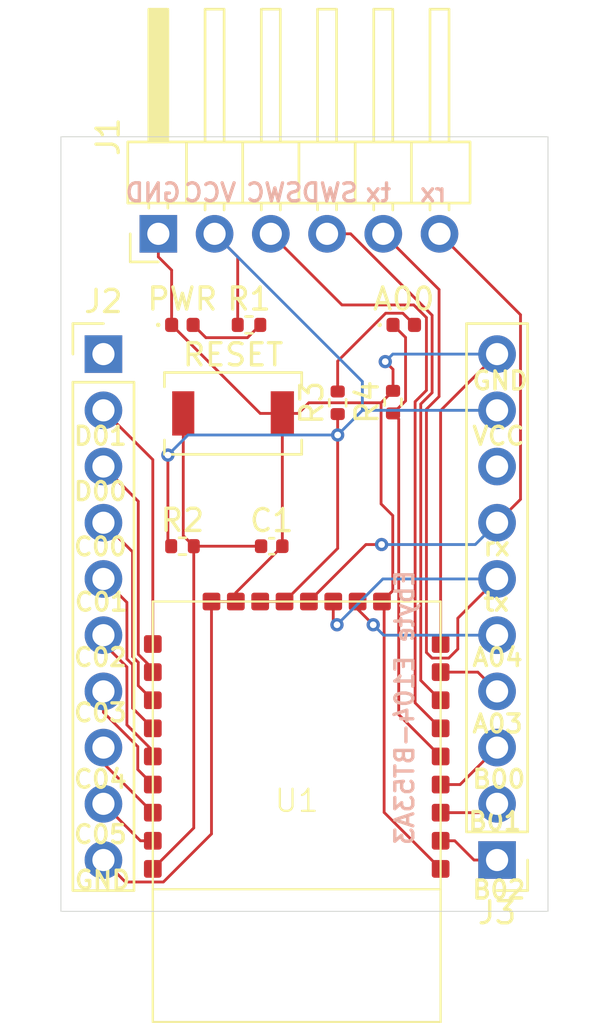
<source format=kicad_pcb>
(kicad_pcb (version 20241229) (generator "pcbnew") (generator_version "9.0")
  (layers (0 "F.Cu" signal "Front") (2 "B.Cu" signal "Back") (13 "F.Paste" user) (15 "B.Paste" user) (5 "F.SilkS" user "F.Silkscreen") (7 "B.SilkS" user "B.Silkscreen") (1 "F.Mask" user) (3 "B.Mask" user) (25 "Edge.Cuts" user))
  (net 0 "")
  (net 1 "GND")
  (net 2 "RST")
  (net 3 "Net-(D1-A)")
  (net 4 "Net-(D2-A)")
  (net 5 "usr_led")
  (net 6 "tx")
  (net 7 "swdclk")
  (net 8 "VCC")
  (net 9 "rx")
  (net 10 "swdio")
  (net 11 "PC02")
  (net 12 "PD01")
  (net 13 "PC03")
  (net 14 "PC05")
  (net 16 "PD00")
  (net 17 "PC00")
  (net 18 "PC01")
  (net 19 "PC04")
  (net 20 "PB02")
  (net 22 "PA04")
  (net 23 "PB00")
  (net 24 "PB01")
  (net 25 "PA03")
  (footprint "LED_SMD:LED_0402_1005Metric" (layer "F.Cu") (at 135.485 82.5)
    (property "Reference" "A00" (at 0 -1.17 0) (layer "F.SilkS"))
    (property "Value" "LED")
    (fp_circle (center -1.09 0) (end -1.04 0) (stroke (width 0.1)) (fill no) (layer "F.SilkS"))
    (pad "1" smd roundrect (at -0.485 0) (size 0.59 0.64) (layers "F.Cu" "F.Mask" "F.Paste") (net 5 "usr_led"))
    (pad "2" smd roundrect (at 0.485 0) (size 0.59 0.64) (layers "F.Cu" "F.Mask" "F.Paste") (net 4 "Net-(D2-A)"))
  )
  (footprint "efr32bg_breakout_stuff:E104-BT53A3_module" (layer "F.Cu") (at 130.65 104.5)
    (property "Reference" "U1" (at 0 -0.5 0) (layer "F.SilkS") (effects (font (thickness 0.1))))
    (property "Value" "E104-BT53A3")
    (fp_line (start -6.5 -9.5) (end 6.5 -9.5) (stroke (width 0.1)) (layer "F.SilkS"))
    (fp_line (start -6.5 9.5) (end -6.5 -9.5) (stroke (width 0.1)) (layer "F.SilkS"))
    (fp_line (start 6.5 -9.5) (end 6.5 9.5) (stroke (width 0.1)) (layer "F.SilkS"))
    (fp_line (start 6.5 9.5) (end -6.5 9.5) (stroke (width 0.1)) (layer "F.SilkS"))
    (fp_rect (start -6.5 3.5) (end 6.5 9.5) (stroke (width 0.1)) (fill no) (layer "F.SilkS"))
    (pad "1" smd roundrect (at 6.5 2.58) (size 0.8 0.8) (layers "F.Cu" "F.Mask" "F.Paste") (roundrect_rratio 0.15) (net 1 "GND"))
    (pad "2" smd roundrect (at 6.5 1.31) (size 0.8 0.8) (layers "F.Cu" "F.Mask" "F.Paste") (roundrect_rratio 0.15) (net 20 "PB02"))
    (pad "3" smd roundrect (at 6.5 0.04) (size 0.8 0.8) (layers "F.Cu" "F.Mask" "F.Paste") (roundrect_rratio 0.15) (net 24 "PB01"))
    (pad "4" smd roundrect (at 6.5 -1.23) (size 0.8 0.8) (layers "F.Cu" "F.Mask" "F.Paste") (roundrect_rratio 0.15) (net 23 "PB00"))
    (pad "5" smd roundrect (at 6.5 -2.5) (size 0.8 0.8) (layers "F.Cu" "F.Mask" "F.Paste") (roundrect_rratio 0.15) (net 5 "usr_led"))
    (pad "6" smd roundrect (at 6.5 -3.77) (size 0.8 0.8) (layers "F.Cu" "F.Mask" "F.Paste") (roundrect_rratio 0.15) (net 7 "swdclk"))
    (pad "7" smd roundrect (at 6.5 -5.04) (size 0.8 0.8) (layers "F.Cu" "F.Mask" "F.Paste") (roundrect_rratio 0.15) (net 10 "swdio"))
    (pad "8" smd roundrect (at 6.5 -6.31) (size 0.8 0.8) (layers "F.Cu" "F.Mask" "F.Paste") (roundrect_rratio 0.15) (net 25 "PA03"))
    (pad "9" smd roundrect (at 6.5 -7.58) (size 0.8 0.8) (layers "F.Cu" "F.Mask" "F.Paste") (roundrect_rratio 0.15) (net 1 "GND"))
    (pad "10" smd roundrect (at 3.85 -9.5) (size 0.8 0.8) (layers "F.Cu" "F.Mask" "F.Paste") (roundrect_rratio 0.15) (net 1 "GND"))
    (pad "11" smd roundrect (at 2.75 -9.5) (size 0.8 0.8) (layers "F.Cu" "F.Mask" "F.Paste") (roundrect_rratio 0.15) (net 22 "PA04"))
    (pad "12" smd roundrect (at 1.65 -9.5) (size 0.8 0.8) (layers "F.Cu" "F.Mask" "F.Paste") (roundrect_rratio 0.15) (net 6 "tx"))
    (pad "13" smd roundrect (at 0.55 -9.5) (size 0.8 0.8) (layers "F.Cu" "F.Mask" "F.Paste") (roundrect_rratio 0.15) (net 9 "rx"))
    (pad "14" smd roundrect (at -0.55 -9.5) (size 0.8 0.8) (layers "F.Cu" "F.Mask" "F.Paste") (roundrect_rratio 0.15) (net 8 "VCC"))
    (pad "15" smd roundrect (at -1.65 -9.5) (size 0.8 0.8) (layers "F.Cu" "F.Mask" "F.Paste") (roundrect_rratio 0.15) (net 8 "VCC"))
    (pad "16" smd roundrect (at -2.75 -9.5) (size 0.8 0.8) (layers "F.Cu" "F.Mask" "F.Paste") (roundrect_rratio 0.15) (net 1 "GND"))
    (pad "17" smd roundrect (at -3.85 -9.5) (size 0.8 0.8) (layers "F.Cu" "F.Mask" "F.Paste") (roundrect_rratio 0.15) (net 1 "GND"))
    (pad "18" smd roundrect (at -6.5 -7.58) (size 0.8 0.8) (layers "F.Cu" "F.Mask" "F.Paste") (roundrect_rratio 0.15) (net 12 "PD01"))
    (pad "19" smd roundrect (at -6.5 -6.31) (size 0.8 0.8) (layers "F.Cu" "F.Mask" "F.Paste") (roundrect_rratio 0.15) (net 16 "PD00"))
    (pad "20" smd roundrect (at -6.5 -5.04) (size 0.8 0.8) (layers "F.Cu" "F.Mask" "F.Paste") (roundrect_rratio 0.15) (net 17 "PC00"))
    (pad "21" smd roundrect (at -6.5 -3.77) (size 0.8 0.8) (layers "F.Cu" "F.Mask" "F.Paste") (roundrect_rratio 0.15) (net 18 "PC01"))
    (pad "22" smd roundrect (at -6.5 -2.5) (size 0.8 0.8) (layers "F.Cu" "F.Mask" "F.Paste") (roundrect_rratio 0.15) (net 11 "PC02"))
    (pad "23" smd roundrect (at -6.5 -1.23) (size 0.8 0.8) (layers "F.Cu" "F.Mask" "F.Paste") (roundrect_rratio 0.15) (net 13 "PC03"))
    (pad "24" smd roundrect (at -6.5 0.04) (size 0.8 0.8) (layers "F.Cu" "F.Mask" "F.Paste") (roundrect_rratio 0.15) (net 19 "PC04"))
    (pad "25" smd roundrect (at -6.5 1.31) (size 0.8 0.8) (layers "F.Cu" "F.Mask" "F.Paste") (roundrect_rratio 0.15) (net 14 "PC05"))
    (pad "26" smd roundrect (at -6.5 2.58) (size 0.8 0.8) (layers "F.Cu" "F.Mask" "F.Paste") (roundrect_rratio 0.15) (net 2 "RST"))
  )
  (footprint "Connector_PinHeader_2.54mm:PinHeader_1x10_P2.54mm_Vertical" (layer "F.Cu") (at 139.7 106.68 180)
    (property "Reference" "J3" (at 0 -2.38 0) (layer "F.SilkS"))
    (property "Value" "Conn_01x10")
    (fp_line (start 1.38 1.27) (end 1.38 24.24) (stroke (width 0.12)) (layer "F.SilkS"))
    (fp_line (start -1.38 24.24) (end 1.38 24.24) (stroke (width 0.12)) (layer "F.SilkS"))
    (fp_line (start -1.38 1.27) (end 1.38 1.27) (stroke (width 0.12)) (layer "F.SilkS"))
    (fp_line (start -1.38 1.27) (end -1.38 24.24) (stroke (width 0.12)) (layer "F.SilkS"))
    (fp_line (start -1.38 0) (end -1.38 -1.38) (stroke (width 0.12)) (layer "F.SilkS"))
    (fp_line (start -1.38 -1.38) (end 0 -1.38) (stroke (width 0.12)) (layer "F.SilkS"))
    (pad "1" thru_hole rect (at 0 0 180) (size 1.7 1.7) (drill 1) (layers "*.Cu" "*.Mask") (net 20 "PB02"))
    (pad "2" thru_hole circle (at 0 2.54 180) (size 1.7 1.7) (drill 1) (layers "*.Cu" "*.Mask") (net 24 "PB01"))
    (pad "3" thru_hole circle (at 0 5.08 180) (size 1.7 1.7) (drill 1) (layers "*.Cu" "*.Mask") (net 23 "PB00"))
    (pad "4" thru_hole circle (at 0 7.62 180) (size 1.7 1.7) (drill 1) (layers "*.Cu" "*.Mask") (net 25 "PA03"))
    (pad "5" thru_hole circle (at 0 10.16 180) (size 1.7 1.7) (drill 1) (layers "*.Cu" "*.Mask") (net 22 "PA04"))
    (pad "6" thru_hole circle (at 0 12.7 180) (size 1.7 1.7) (drill 1) (layers "*.Cu" "*.Mask") (net 6 "tx"))
    (pad "7" thru_hole circle (at 0 15.24 180) (size 1.7 1.7) (drill 1) (layers "*.Cu" "*.Mask") (net 9 "rx"))
    (pad "8" thru_hole circle (at 0 17.78 180) (size 1.7 1.7) (drill 1) (layers "*.Cu" "*.Mask"))
    (pad "9" thru_hole circle (at 0 20.32 180) (size 1.7 1.7) (drill 1) (layers "*.Cu" "*.Mask") (net 8 "VCC"))
    (pad "10" thru_hole circle (at 0 22.86 180) (size 1.7 1.7) (drill 1) (layers "*.Cu" "*.Mask") (net 1 "GND"))
  )
  (footprint "Capacitor_SMD:C_0402_1005Metric" (layer "F.Cu") (at 129.52 92.5)
    (property "Reference" "C1" (at 0 -1.16 0) (layer "F.SilkS"))
    (property "Value" "0.1uF")
    (fp_line (start -0.107836 -0.36) (end 0.107836 -0.36) (stroke (width 0.12)) (layer "F.SilkS"))
    (fp_line (start -0.107836 0.36) (end 0.107836 0.36) (stroke (width 0.12)) (layer "F.SilkS"))
    (pad "1" smd roundrect (at -0.48 0) (size 0.56 0.62) (layers "F.Cu" "F.Mask" "F.Paste") (net 2 "RST"))
    (pad "2" smd roundrect (at 0.48 0) (size 0.56 0.62) (layers "F.Cu" "F.Mask" "F.Paste") (net 1 "GND"))
  )
  (footprint "Resistor_SMD:R_0402_1005Metric" (layer "F.Cu") (at 125.49 92.5)
    (property "Reference" "R2" (at 0 -1.17 0) (layer "F.SilkS"))
    (property "Value" "100K")
    (fp_line (start -0.153641 -0.38) (end 0.153641 -0.38) (stroke (width 0.12)) (layer "F.SilkS"))
    (fp_line (start -0.153641 0.38) (end 0.153641 0.38) (stroke (width 0.12)) (layer "F.SilkS"))
    (pad "1" smd roundrect (at -0.51 0) (size 0.54 0.64) (layers "F.Cu" "F.Mask" "F.Paste") (net 8 "VCC"))
    (pad "2" smd roundrect (at 0.51 0) (size 0.54 0.64) (layers "F.Cu" "F.Mask" "F.Paste") (net 2 "RST"))
  )
  (footprint "LED_SMD:LED_0402_1005Metric" (layer "F.Cu") (at 125.485 82.5)
    (property "Reference" "PWR" (at 0 -1.17 0) (layer "F.SilkS"))
    (property "Value" "LED")
    (fp_circle (center -1.09 0) (end -1.04 0) (stroke (width 0.1)) (fill no) (layer "F.SilkS"))
    (pad "1" smd roundrect (at -0.485 0) (size 0.59 0.64) (layers "F.Cu" "F.Mask" "F.Paste") (net 1 "GND"))
    (pad "2" smd roundrect (at 0.485 0) (size 0.59 0.64) (layers "F.Cu" "F.Mask" "F.Paste") (net 3 "Net-(D1-A)"))
  )
  (footprint "Resistor_SMD:R_0402_1005Metric" (layer "F.Cu") (at 132.5 86.02 90)
    (property "Reference" "R3" (at 0 -1.17 90) (layer "F.SilkS"))
    (property "Value" "330")
    (fp_line (start -0.153641 -0.38) (end 0.153641 -0.38) (stroke (width 0.12)) (layer "F.SilkS"))
    (fp_line (start -0.153641 0.38) (end 0.153641 0.38) (stroke (width 0.12)) (layer "F.SilkS"))
    (pad "1" smd roundrect (at -0.51 0 90) (size 0.54 0.64) (layers "F.Cu" "F.Mask" "F.Paste") (net 8 "VCC"))
    (pad "2" smd roundrect (at 0.51 0 90) (size 0.54 0.64) (layers "F.Cu" "F.Mask" "F.Paste") (net 4 "Net-(D2-A)"))
  )
  (footprint "efr32bg_breakout_stuff:SW_SPST_TS-1088-AR02016" (layer "F.Cu") (at 127.775 86.5)
    (property "Reference" "RESET" (at 0 -2.65 0) (layer "F.SilkS"))
    (property "Value" "SW_Push")
    (fp_line (start -3.1 -1.85) (end -3.1 -1.2) (stroke (width 0.12)) (layer "F.SilkS"))
    (fp_line (start -3.1 1.2) (end -3.1 1.85) (stroke (width 0.12)) (layer "F.SilkS"))
    (fp_line (start -3.1 1.85) (end 3.1 1.85) (stroke (width 0.12)) (layer "F.SilkS"))
    (fp_line (start 3.1 -1.85) (end -3.1 -1.85) (stroke (width 0.12)) (layer "F.SilkS"))
    (fp_line (start 3.1 -1.85) (end 3.1 -1.2) (stroke (width 0.12)) (layer "F.SilkS"))
    (fp_line (start 3.1 1.85) (end 3.1 1.2) (stroke (width 0.12)) (layer "F.SilkS"))
    (pad "1" smd rect (at -2.25 0) (size 1 2) (layers "F.Cu" "F.Mask" "F.Paste") (net 2 "RST"))
    (pad "2" smd rect (at 2.225 0) (size 1.05 2) (layers "F.Cu" "F.Mask" "F.Paste") (net 1 "GND"))
  )
  (footprint "Connector_PinHeader_2.54mm:PinHeader_1x06_P2.54mm_Horizontal" (layer "F.Cu") (at 124.4 78.385 90)
    (property "Reference" "J1" (at 4.385 -2.27 90) (layer "F.SilkS"))
    (property "Value" "Conn_01x06")
    (fp_line (start 4.15 -1.38) (end 1.39 -1.38) (stroke (width 0.12)) (layer "F.SilkS"))
    (fp_line (start 1.39 -1.38) (end 1.39 14.08) (stroke (width 0.12)) (layer "F.SilkS"))
    (fp_line (start -1.27 -1.27) (end 0 -1.27) (stroke (width 0.12)) (layer "F.SilkS"))
    (fp_line (start 1.16 -0.43) (end 1.39 -0.43) (stroke (width 0.12)) (layer "F.SilkS"))
    (fp_line (start -1.27 0) (end -1.27 -1.27) (stroke (width 0.12)) (layer "F.SilkS"))
    (fp_line (start 1.16 0.43) (end 1.39 0.43) (stroke (width 0.12)) (layer "F.SilkS"))
    (fp_line (start 1.39 1.27) (end 4.15 1.27) (stroke (width 0.12)) (layer "F.SilkS"))
    (fp_line (start 10.15 2.11) (end 10.15 2.97) (stroke (width 0.12)) (layer "F.SilkS"))
    (fp_line (start 4.15 2.11) (end 10.15 2.11) (stroke (width 0.12)) (layer "F.SilkS"))
    (fp_line (start 1.077358 2.11) (end 1.39 2.11) (stroke (width 0.12)) (layer "F.SilkS"))
    (fp_line (start 10.15 2.97) (end 4.15 2.97) (stroke (width 0.12)) (layer "F.SilkS"))
    (fp_line (start 1.077358 2.97) (end 1.39 2.97) (stroke (width 0.12)) (layer "F.SilkS"))
    (fp_line (start 1.39 3.81) (end 4.15 3.81) (stroke (width 0.12)) (layer "F.SilkS"))
    (fp_line (start 10.15 4.65) (end 10.15 5.51) (stroke (width 0.12)) (layer "F.SilkS"))
    (fp_line (start 4.15 4.65) (end 10.15 4.65) (stroke (width 0.12)) (layer "F.SilkS"))
    (fp_line (start 1.077358 4.65) (end 1.39 4.65) (stroke (width 0.12)) (layer "F.SilkS"))
    (fp_line (start 10.15 5.51) (end 4.15 5.51) (stroke (width 0.12)) (layer "F.SilkS"))
    (fp_line (start 1.077358 5.51) (end 1.39 5.51) (stroke (width 0.12)) (layer "F.SilkS"))
    (fp_line (start 1.39 6.35) (end 4.15 6.35) (stroke (width 0.12)) (layer "F.SilkS"))
    (fp_line (start 10.15 7.19) (end 10.15 8.05) (stroke (width 0.12)) (layer "F.SilkS"))
    (fp_line (start 4.15 7.19) (end 10.15 7.19) (stroke (width 0.12)) (layer "F.SilkS"))
    (fp_line (start 1.077358 7.19) (end 1.39 7.19) (stroke (width 0.12)) (layer "F.SilkS"))
    (fp_line (start 10.15 8.05) (end 4.15 8.05) (stroke (width 0.12)) (layer "F.SilkS"))
    (fp_line (start 1.077358 8.05) (end 1.39 8.05) (stroke (width 0.12)) (layer "F.SilkS"))
    (fp_line (start 1.39 8.89) (end 4.15 8.89) (stroke (width 0.12)) (layer "F.SilkS"))
    (fp_line (start 10.15 9.73) (end 10.15 10.59) (stroke (width 0.12)) (layer "F.SilkS"))
    (fp_line (start 4.15 9.73) (end 10.15 9.73) (stroke (width 0.12)) (layer "F.SilkS"))
    (fp_line (start 1.077358 9.73) (end 1.39 9.73) (stroke (width 0.12)) (layer "F.SilkS"))
    (fp_line (start 10.15 10.59) (end 4.15 10.59) (stroke (width 0.12)) (layer "F.SilkS"))
    (fp_line (start 1.077358 10.59) (end 1.39 10.59) (stroke (width 0.12)) (layer "F.SilkS"))
    (fp_line (start 1.39 11.43) (end 4.15 11.43) (stroke (width 0.12)) (layer "F.SilkS"))
    (fp_line (start 10.15 12.27) (end 10.15 13.13) (stroke (width 0.12)) (layer "F.SilkS"))
    (fp_line (start 4.15 12.27) (end 10.15 12.27) (stroke (width 0.12)) (layer "F.SilkS"))
    (fp_line (start 1.077358 12.27) (end 1.39 12.27) (stroke (width 0.12)) (layer "F.SilkS"))
    (fp_line (start 10.15 13.13) (end 4.15 13.13) (stroke (width 0.12)) (layer "F.SilkS"))
    (fp_line (start 1.077358 13.13) (end 1.39 13.13) (stroke (width 0.12)) (layer "F.SilkS"))
    (fp_line (start 4.15 14.08) (end 4.15 -1.38) (stroke (width 0.12)) (layer "F.SilkS"))
    (fp_line (start 1.39 14.08) (end 4.15 14.08) (stroke (width 0.12)) (layer "F.SilkS"))
    (fp_rect (start 4.15 -0.43) (end 10.15 0.43) (stroke (width 0.12)) (fill yes) (layer "F.SilkS"))
    (pad "1" thru_hole rect (at 0 0 90) (size 1.7 1.7) (drill 1) (layers "*.Cu" "*.Mask") (net 1 "GND"))
    (pad "2" thru_hole circle (at 0 2.54 90) (size 1.7 1.7) (drill 1) (layers "*.Cu" "*.Mask") (net 8 "VCC"))
    (pad "3" thru_hole circle (at 0 5.08 90) (size 1.7 1.7) (drill 1) (layers "*.Cu" "*.Mask") (net 7 "swdclk"))
    (pad "4" thru_hole circle (at 0 7.62 90) (size 1.7 1.7) (drill 1) (layers "*.Cu" "*.Mask") (net 10 "swdio"))
    (pad "5" thru_hole circle (at 0 10.16 90) (size 1.7 1.7) (drill 1) (layers "*.Cu" "*.Mask") (net 6 "tx"))
    (pad "6" thru_hole circle (at 0 12.7 90) (size 1.7 1.7) (drill 1) (layers "*.Cu" "*.Mask") (net 9 "rx"))
  )
  (footprint "Resistor_SMD:R_0402_1005Metric" (layer "F.Cu") (at 128.495 82.5)
    (property "Reference" "R1" (at 0 -1.17 0) (layer "F.SilkS"))
    (property "Value" "1K")
    (fp_line (start -0.153641 -0.38) (end 0.153641 -0.38) (stroke (width 0.12)) (layer "F.SilkS"))
    (fp_line (start -0.153641 0.38) (end 0.153641 0.38) (stroke (width 0.12)) (layer "F.SilkS"))
    (pad "1" smd roundrect (at -0.51 0) (size 0.54 0.64) (layers "F.Cu" "F.Mask" "F.Paste") (net 8 "VCC"))
    (pad "2" smd roundrect (at 0.51 0) (size 0.54 0.64) (layers "F.Cu" "F.Mask" "F.Paste") (net 3 "Net-(D1-A)"))
  )
  (footprint "Resistor_SMD:R_0402_1005Metric" (layer "F.Cu") (at 135 85.99 90)
    (property "Reference" "R4" (at 0 -1.17 90) (layer "F.SilkS"))
    (property "Value" "1K")
    (fp_line (start -0.153641 -0.38) (end 0.153641 -0.38) (stroke (width 0.12)) (layer "F.SilkS"))
    (fp_line (start -0.153641 0.38) (end 0.153641 0.38) (stroke (width 0.12)) (layer "F.SilkS"))
    (pad "1" smd roundrect (at -0.51 0 90) (size 0.54 0.64) (layers "F.Cu" "F.Mask" "F.Paste") (net 5 "usr_led"))
    (pad "2" smd roundrect (at 0.51 0 90) (size 0.54 0.64) (layers "F.Cu" "F.Mask" "F.Paste") (net 1 "GND"))
  )
  (footprint "Connector_PinHeader_2.54mm:PinHeader_1x10_P2.54mm_Vertical" (layer "F.Cu") (at 121.92 83.82)
    (property "Reference" "J2" (at 0 -2.38 0) (layer "F.SilkS"))
    (property "Value" "Conn_01x10")
    (fp_line (start -1.38 -1.38) (end 0 -1.38) (stroke (width 0.12)) (layer "F.SilkS"))
    (fp_line (start -1.38 0) (end -1.38 -1.38) (stroke (width 0.12)) (layer "F.SilkS"))
    (fp_line (start -1.38 1.27) (end -1.38 24.24) (stroke (width 0.12)) (layer "F.SilkS"))
    (fp_line (start -1.38 1.27) (end 1.38 1.27) (stroke (width 0.12)) (layer "F.SilkS"))
    (fp_line (start -1.38 24.24) (end 1.38 24.24) (stroke (width 0.12)) (layer "F.SilkS"))
    (fp_line (start 1.38 1.27) (end 1.38 24.24) (stroke (width 0.12)) (layer "F.SilkS"))
    (pad "1" thru_hole rect (at 0 0) (size 1.7 1.7) (drill 1) (layers "*.Cu" "*.Mask"))
    (pad "2" thru_hole circle (at 0 2.54) (size 1.7 1.7) (drill 1) (layers "*.Cu" "*.Mask") (net 12 "PD01"))
    (pad "3" thru_hole circle (at 0 5.08) (size 1.7 1.7) (drill 1) (layers "*.Cu" "*.Mask") (net 16 "PD00"))
    (pad "4" thru_hole circle (at 0 7.62) (size 1.7 1.7) (drill 1) (layers "*.Cu" "*.Mask") (net 17 "PC00"))
    (pad "5" thru_hole circle (at 0 10.16) (size 1.7 1.7) (drill 1) (layers "*.Cu" "*.Mask") (net 18 "PC01"))
    (pad "6" thru_hole circle (at 0 12.7) (size 1.7 1.7) (drill 1) (layers "*.Cu" "*.Mask") (net 11 "PC02"))
    (pad "7" thru_hole circle (at 0 15.24) (size 1.7 1.7) (drill 1) (layers "*.Cu" "*.Mask") (net 13 "PC03"))
    (pad "8" thru_hole circle (at 0 17.78) (size 1.7 1.7) (drill 1) (layers "*.Cu" "*.Mask") (net 19 "PC04"))
    (pad "9" thru_hole circle (at 0 20.32) (size 1.7 1.7) (drill 1) (layers "*.Cu" "*.Mask") (net 14 "PC05"))
    (pad "10" thru_hole circle (at 0 22.86) (size 1.7 1.7) (drill 1) (layers "*.Cu" "*.Mask") (net 1 "GND"))
  )
  (gr_line (start 120 74) (end 120 109) (stroke (width 0.0381)) (layer "Edge.Cuts"))
  (gr_line (start 142 74) (end 120 74) (stroke (width 0.0381)) (layer "Edge.Cuts"))
  (gr_line (start 120 109) (end 142 109) (stroke (width 0.0381)) (layer "Edge.Cuts"))
  (gr_line (start 142 109) (end 142 74) (stroke (width 0.0381)) (layer "Edge.Cuts"))
  (gr_text "GND" (at 120.54 108.06 0) (layer "F.SilkS") (effects (font (size 0.8128 0.8128) (thickness 0.1524) (bold yes)) (justify left bottom)))
  (gr_text "A03" (at 138.5 101 0) (layer "F.SilkS") (effects (font (size 0.8128 0.8128) (thickness 0.1524) (bold yes)) (justify left bottom)))
  (gr_text "C05" (at 120.5 106 0) (layer "F.SilkS") (effects (font (size 0.8128 0.8128) (thickness 0.1524) (bold yes)) (justify left bottom)))
  (gr_text "rx" (at 139 93 0) (layer "F.SilkS") (effects (font (size 0.8128 0.8128) (thickness 0.1524) (bold yes)) (justify left bottom)))
  (gr_text "D00" (at 120.5 90.5 0) (layer "F.SilkS") (effects (font (size 0.8128 0.8128) (thickness 0.1524) (bold yes)) (justify left bottom)))
  (gr_text "B00" (at 138.5 103.5 0) (layer "F.SilkS") (effects (font (size 0.8128 0.8128) (thickness 0.1524) (bold yes)) (justify left bottom)))
  (gr_text "C02" (at 120.5 98 0) (layer "F.SilkS") (effects (font (size 0.8128 0.8128) (thickness 0.1524) (bold yes)) (justify left bottom)))
  (gr_text "C04" (at 120.5 103.5 0) (layer "F.SilkS") (effects (font (size 0.8128 0.8128) (thickness 0.1524) (bold yes)) (justify left bottom)))
  (gr_text "C01" (at 120.54 95.5 0) (layer "F.SilkS") (effects (font (size 0.8128 0.8128) (thickness 0.1524) (bold yes)) (justify left bottom)))
  (gr_text "C00" (at 120.5 93 0) (layer "F.SilkS") (effects (font (size 0.8128 0.8128) (thickness 0.1524) (bold yes)) (justify left bottom)))
  (gr_text "D01" (at 120.5 88 0) (layer "F.SilkS") (effects (font (size 0.8128 0.8128) (thickness 0.1524) (bold yes)) (justify left bottom)))
  (gr_text "C03" (at 120.5 100.5 0) (layer "F.SilkS") (effects (font (size 0.8128 0.8128) (thickness 0.1524) (bold yes)) (justify left bottom)))
  (gr_text "tx" (at 139 95.5 0) (layer "F.SilkS") (effects (font (size 0.8128 0.8128) (thickness 0.1524) (bold yes)) (justify left bottom)))
  (gr_text "VCC" (at 138.5 88 0) (layer "F.SilkS") (effects (font (size 0.8128 0.8128) (thickness 0.1524) (bold yes)) (justify left bottom)))
  (gr_text "B02" (at 138.5 108.5 0) (layer "F.SilkS") (effects (font (size 0.8128 0.8128) (thickness 0.1524) (bold yes)) (justify left bottom)))
  (gr_text "GND" (at 138.5 85.5 0) (layer "F.SilkS") (effects (font (size 0.8128 0.8128) (thickness 0.1524) (bold yes)) (justify left bottom)))
  (gr_text "A04" (at 138.5 98 0) (layer "F.SilkS") (effects (font (size 0.8128 0.8128) (thickness 0.1524) (bold yes)) (justify left bottom)))
  (gr_text "B01" (at 138.32 105.41 0) (layer "F.SilkS") (effects (font (size 0.8128 0.8128) (thickness 0.1524) (bold yes)) (justify left bottom)))
  (gr_text "SWD" (at 133.5 77 0) (layer "B.SilkS") (effects (font (size 0.8128 0.8128) (thickness 0.1524) (bold yes)) (justify left bottom mirror)))
  (gr_text "tx" (at 135 77 0) (layer "B.SilkS") (effects (font (size 0.8128 0.8128) (thickness 0.1524) (bold yes)) (justify left bottom mirror)))
  (gr_text "VCC" (at 128 77 0) (layer "B.SilkS") (effects (font (size 0.8128 0.8128) (thickness 0.1524) (bold yes)) (justify left bottom mirror)))
  (gr_text "rx" (at 137.5 77 0) (layer "B.SilkS") (effects (font (size 0.8128 0.8128) (thickness 0.1524) (bold yes)) (justify left bottom mirror)))
  (gr_text "Ebyte E104-BT53A3" (at 136 93.5 90) (layer "B.SilkS") (effects (font (size 0.8128 0.8128) (thickness 0.1524) (bold yes)) (justify left bottom mirror)))
  (gr_text "GND" (at 125.5 77 0) (layer "B.SilkS") (effects (font (size 0.8128 0.8128) (thickness 0.1524) (bold yes)) (justify left bottom mirror)))
  (gr_text "SWC" (at 131 77 0) (layer "B.SilkS") (effects (font (size 0.8128 0.8128) (thickness 0.1524) (bold yes)) (justify left bottom mirror)))
  (segment (start 125 82.5) (end 125 80.0272) (width 0.127) (layer "F.Cu") (net 1))
  (segment (start 137.15 86.37) (end 137.15 96.92) (width 0.127) (layer "F.Cu") (net 1))
  (segment (start 137.15 107.08) (end 134.598 104.528) (width 0.127) (layer "F.Cu") (net 1))
  (segment (start 121.92 106.68) (end 122.9127 107.6727) (width 0.127) (layer "F.Cu") (net 1))
  (segment (start 130 92.5) (end 130 86.5) (width 0.127) (layer "F.Cu") (net 1))
  (segment (start 122.9127 107.6727) (end 124.6274 107.6727) (width 0.127) (layer "F.Cu") (net 1))
  (segment (start 131.1972 86.02) (end 134.46 86.02) (width 0.127) (layer "F.Cu") (net 1))
  (segment (start 127.35 95) (end 127.9 95) (width 0.127) (layer "F.Cu") (net 1))
  (segment (start 126.8 105.5001) (end 126.8 95) (width 0.127) (layer "F.Cu") (net 1))
  (segment (start 124.6274 107.6727) (end 126.8 105.5001) (width 0.127) (layer "F.Cu") (net 1))
  (segment (start 134.598 104.528) (end 134.598 95.098) (width 0.127) (layer "F.Cu") (net 1))
  (segment (start 130.7172 86.5) (end 131.1972 86.02) (width 0.127) (layer "F.Cu") (net 1))
  (segment (start 126.8 95) (end 127.35 95) (width 0.127) (layer "F.Cu") (net 1))
  (segment (start 127.9 95) (end 127.9 94.6) (width 0.127) (layer "F.Cu") (net 1))
  (segment (start 134.9888 94.5112) (end 134.5 95) (width 0.127) (layer "F.Cu") (net 1))
  (segment (start 125 80.0272) (end 124.4 79.4272) (width 0.127) (layer "F.Cu") (net 1))
  (segment (start 124.4 78.385) (end 124.4 79.4272) (width 0.127) (layer "F.Cu") (net 1))
  (segment (start 134.6489 84.1598) (end 135 84.5109) (width 0.127) (layer "F.Cu") (net 1))
  (segment (start 134.598 95.098) (end 134.5 95) (width 0.127) (layer "F.Cu") (net 1))
  (segment (start 134.46 86.02) (end 135 85.48) (width 0.127) (layer "F.Cu") (net 1))
  (segment (start 130 86.5) (end 130.7172 86.5) (width 0.127) (layer "F.Cu") (net 1))
  (segment (start 134.46 90.587) (end 134.9888 91.1158) (width 0.127) (layer "F.Cu") (net 1))
  (segment (start 134.46 86.02) (end 134.46 90.587) (width 0.127) (layer "F.Cu") (net 1))
  (segment (start 135 84.5109) (end 135 85.48) (width 0.127) (layer "F.Cu") (net 1))
  (segment (start 139.7 83.82) (end 137.15 86.37) (width 0.127) (layer "F.Cu") (net 1))
  (segment (start 125 82.5) (end 129 86.5) (width 0.127) (layer "F.Cu") (net 1))
  (segment (start 134.9888 91.1158) (end 134.9888 94.5112) (width 0.127) (layer "F.Cu") (net 1))
  (segment (start 127.9 94.6) (end 130 92.5) (width 0.127) (layer "F.Cu") (net 1))
  (segment (start 129 86.5) (end 130 86.5) (width 0.127) (layer "F.Cu") (net 1))
  (via (at 134.6489 84.1598) (size 0.6) (drill 0.3) (layers "F.Cu" "B.Cu") (net 1))
  (segment (start 134.9887 83.82) (end 134.6489 84.1598) (width 0.127) (layer "B.Cu") (net 1))
  (segment (start 139.7 83.82) (end 134.9887 83.82) (width 0.127) (layer "B.Cu") (net 1))
  (segment (start 126 105.23) (end 124.15 107.08) (width 0.127) (layer "F.Cu") (net 2))
  (segment (start 125.525 92.025) (end 125.525 86.5) (width 0.127) (layer "F.Cu") (net 2))
  (segment (start 129.04 92.5) (end 126 92.5) (width 0.127) (layer "F.Cu") (net 2))
  (segment (start 126 92.5) (end 125.525 92.025) (width 0.127) (layer "F.Cu") (net 2))
  (segment (start 126 92.5) (end 126 105.23) (width 0.127) (layer "F.Cu") (net 2))
  (segment (start 128.4269 83.0781) (end 126.5481 83.0781) (width 0.127) (layer "F.Cu") (net 3))
  (segment (start 129.005 82.5) (end 128.4269 83.0781) (width 0.127) (layer "F.Cu") (net 3))
  (segment (start 126.5481 83.0781) (end 125.97 82.5) (width 0.127) (layer "F.Cu") (net 3))
  (segment (start 132.5 85.51) (end 132.5 84.1402) (width 0.127) (layer "F.Cu") (net 4))
  (segment (start 132.5 84.1402) (end 134.6674 81.9728) (width 0.127) (layer "F.Cu") (net 4))
  (segment (start 135.4428 81.9728) (end 135.97 82.5) (width 0.127) (layer "F.Cu") (net 4))
  (segment (start 134.6674 81.9728) (end 135.4428 81.9728) (width 0.127) (layer "F.Cu") (net 4))
  (segment (start 137.15 102) (end 135.2583 100.1083) (width 0.127) (layer "F.Cu") (net 5))
  (segment (start 135.2583 86.7583) (end 135 86.5) (width 0.127) (layer "F.Cu") (net 5))
  (segment (start 135.5664 85.9336) (end 135 86.5) (width 0.127) (layer "F.Cu") (net 5))
  (segment (start 135.2583 100.1083) (end 135.2583 86.7583) (width 0.127) (layer "F.Cu") (net 5))
  (segment (start 135 82.5) (end 135.5664 83.0664) (width 0.127) (layer "F.Cu") (net 5))
  (segment (start 135.5664 83.0664) (end 135.5664 85.9336) (width 0.127) (layer "F.Cu") (net 5))
  (segment (start 136.5092 97.3029) (end 136.5092 86.3084) (width 0.127) (layer "F.Cu") (net 6))
  (segment (start 136.5092 86.3084) (end 137.0798 85.7378) (width 0.127) (layer "F.Cu") (net 6))
  (segment (start 137.5178 97.555) (end 136.7613 97.555) (width 0.127) (layer "F.Cu") (net 6))
  (segment (start 137.9264 97.1464) (end 137.5178 97.555) (width 0.127) (layer "F.Cu") (net 6))
  (segment (start 137.0798 80.9048) (end 134.56 78.385) (width 0.127) (layer "F.Cu") (net 6))
  (segment (start 132.4685 96.0502) (end 132.3 95.8817) (width 0.127) (layer "F.Cu") (net 6))
  (segment (start 137.0798 85.7378) (end 137.0798 80.9048) (width 0.127) (layer "F.Cu") (net 6))
  (segment (start 136.7613 97.555) (end 136.5092 97.3029) (width 0.127) (layer "F.Cu") (net 6))
  (segment (start 132.3 95.8817) (end 132.4685 96.0502) (width 0.127) (layer "F.Cu") (net 6))
  (segment (start 139.7 93.98) (end 137.9264 95.7536) (width 0.127) (layer "F.Cu") (net 6))
  (segment (start 132.3 95.8817) (end 132.3 95) (width 0.127) (layer "F.Cu") (net 6))
  (segment (start 132.4685 96.0502) (end 132.3 95.8817) (width 0.127) (layer "F.Cu") (net 6))
  (segment (start 137.9264 95.7536) (end 137.9264 97.1464) (width 0.127) (layer "F.Cu") (net 6))
  (via (at 132.4685 96.0502) (size 0.6) (drill 0.3) (layers "F.Cu" "B.Cu") (net 6))
  (segment (start 139.7 93.98) (end 134.5387 93.98) (width 0.127) (layer "B.Cu") (net 6))
  (segment (start 132.3 95.8817) (end 132.4685 96.0502) (width 0.127) (layer "B.Cu") (net 6))
  (segment (start 132.4685 96.0502) (end 132.3 95.8817) (width 0.127) (layer "B.Cu") (net 6))
  (segment (start 134.5387 93.98) (end 132.4685 96.0502) (width 0.127) (layer "B.Cu") (net 6))
  (segment (start 129.48 78.385) (end 132.6944 81.5994) (width 0.127) (layer "F.Cu") (net 7))
  (segment (start 135.9379 81.5994) (end 136.5092 82.1707) (width 0.127) (layer "F.Cu") (net 7))
  (segment (start 135.9978 99.5778) (end 137.15 100.73) (width 0.127) (layer "F.Cu") (net 7))
  (segment (start 136.5092 85.458) (end 135.9978 85.9694) (width 0.127) (layer "F.Cu") (net 7))
  (segment (start 135.9978 85.9694) (end 135.9978 99.5778) (width 0.127) (layer "F.Cu") (net 7))
  (segment (start 136.5092 82.1707) (end 136.5092 85.458) (width 0.127) (layer "F.Cu") (net 7))
  (segment (start 132.6944 81.5994) (end 135.9379 81.5994) (width 0.127) (layer "F.Cu") (net 7))
  (segment (start 132.5 86.53) (end 132.5 87.4752) (width 0.127) (layer "F.Cu") (net 8))
  (segment (start 132.5 92.6) (end 130.1 95) (width 0.127) (layer "F.Cu") (net 8))
  (segment (start 132.5 87.4752) (end 132.5 92.6) (width 0.127) (layer "F.Cu") (net 8))
  (segment (start 124.8318 92.3518) (end 124.98 92.5) (width 0.127) (layer "F.Cu") (net 8))
  (segment (start 127.985 79.43) (end 127.985 82.5) (width 0.127) (layer "F.Cu") (net 8))
  (segment (start 124.8318 88.3831) (end 124.8318 92.3518) (width 0.127) (layer "F.Cu") (net 8))
  (segment (start 130.1 95) (end 129 95) (width 0.127) (layer "F.Cu") (net 8))
  (segment (start 126.94 78.385) (end 127.985 79.43) (width 0.127) (layer "F.Cu") (net 8))
  (via (at 132.5 87.4752) (size 0.6) (drill 0.3) (layers "F.Cu" "B.Cu") (net 8))
  (via (at 124.8318 88.3831) (size 0.6) (drill 0.3) (layers "F.Cu" "B.Cu") (net 8))
  (segment (start 133.6152 86.36) (end 132.5 87.4752) (width 0.127) (layer "B.Cu") (net 8))
  (segment (start 134.8888 86.36) (end 133.6152 86.36) (width 0.127) (layer "B.Cu") (net 8))
  (segment (start 134.915 86.36) (end 134.8888 86.36) (width 0.127) (layer "B.Cu") (net 8))
  (segment (start 139.7 86.36) (end 134.915 86.36) (width 0.127) (layer "B.Cu") (net 8))
  (segment (start 132.5 87.4752) (end 125.7397 87.4752) (width 0.127) (layer "B.Cu") (net 8))
  (segment (start 125.7397 87.4752) (end 124.8318 88.3831) (width 0.127) (layer "B.Cu") (net 8))
  (segment (start 133.6152 86.36) (end 133.6152 85.0602) (width 0.127) (layer "B.Cu") (net 8))
  (segment (start 133.6152 85.0602) (end 126.94 78.385) (width 0.127) (layer "B.Cu") (net 8))
  (segment (start 140.7583 82.0433) (end 140.7583 90.3817) (width 0.127) (layer "F.Cu") (net 9))
  (segment (start 137.1 78.385) (end 140.7583 82.0433) (width 0.127) (layer "F.Cu") (net 9))
  (segment (start 140.7583 90.3817) (end 139.7 91.44) (width 0.127) (layer "F.Cu") (net 9))
  (segment (start 133.775 92.425) (end 131.2 95) (width 0.127) (layer "F.Cu") (net 9))
  (segment (start 134.4842 92.425) (end 133.775 92.425) (width 0.127) (layer "F.Cu") (net 9))
  (via (at 134.4842 92.425) (size 0.6) (drill 0.3) (layers "F.Cu" "B.Cu") (net 9))
  (segment (start 138.715 92.425) (end 134.4842 92.425) (width 0.127) (layer "B.Cu") (net 9))
  (segment (start 139.7 91.44) (end 138.715 92.425) (width 0.127) (layer "B.Cu") (net 9))
  (segment (start 136.7649 85.5639) (end 136.2535 86.0753) (width 0.127) (layer "F.Cu") (net 10))
  (segment (start 132.02 78.385) (end 133.0852 78.385) (width 0.127) (layer "F.Cu") (net 10))
  (segment (start 136.7649 82.0647) (end 136.7649 85.5639) (width 0.127) (layer "F.Cu") (net 10))
  (segment (start 136.2535 98.5635) (end 137.15 99.46) (width 0.127) (layer "F.Cu") (net 10))
  (segment (start 136.2535 86.0753) (end 136.2535 98.5635) (width 0.127) (layer "F.Cu") (net 10))
  (segment (start 133.0852 78.385) (end 136.7649 82.0647) (width 0.127) (layer "F.Cu") (net 10))
  (segment (start 122.98 100.5758) (end 124.15 101.7458) (width 0.127) (layer "F.Cu") (net 11))
  (segment (start 124.15 101.7458) (end 124.15 102) (width 0.127) (layer "F.Cu") (net 11))
  (segment (start 121.92 96.8976) (end 122.98 97.9576) (width 0.127) (layer "F.Cu") (net 11))
  (segment (start 121.92 96.52) (end 121.92 96.8976) (width 0.127) (layer "F.Cu") (net 11))
  (segment (start 122.98 97.9576) (end 122.98 100.5758) (width 0.127) (layer "F.Cu") (net 11))
  (segment (start 121.92 86.36) (end 124.15 88.59) (width 0.127) (layer "F.Cu") (net 12))
  (segment (start 124.15 88.59) (end 124.15 96.92) (width 0.127) (layer "F.Cu") (net 12))
  (segment (start 123.4712 102.5912) (end 124.15 103.27) (width 0.127) (layer "F.Cu") (net 13))
  (segment (start 123.4712 101.5558) (end 123.4712 102.5912) (width 0.127) (layer "F.Cu") (net 13))
  (segment (start 121.92 99.06) (end 121.92 100.0046) (width 0.127) (layer "F.Cu") (net 13))
  (segment (start 121.92 100.0046) (end 123.4712 101.5558) (width 0.127) (layer "F.Cu") (net 13))
  (segment (start 123.59 105.81) (end 121.92 104.14) (width 0.127) (layer "F.Cu") (net 14))
  (segment (start 124.15 105.81) (end 123.59 105.81) (width 0.127) (layer "F.Cu") (net 14))
  (segment (start 123.4914 90.4714) (end 123.4914 97.3841) (width 0.127) (layer "F.Cu") (net 16))
  (segment (start 123.4914 97.3841) (end 124.15 98.0427) (width 0.127) (layer "F.Cu") (net 16))
  (segment (start 121.92 88.9) (end 123.4914 90.4714) (width 0.127) (layer "F.Cu") (net 16))
  (segment (start 124.15 98.0427) (end 124.15 98.19) (width 0.127) (layer "F.Cu") (net 16))
  (segment (start 123.4914 97.7458) (end 123.4914 98.8014) (width 0.127) (layer "F.Cu") (net 17))
  (segment (start 123.2357 92.7557) (end 123.2357 97.4901) (width 0.127) (layer "F.Cu") (net 17))
  (segment (start 123.2357 97.4901) (end 123.4914 97.7458) (width 0.127) (layer "F.Cu") (net 17))
  (segment (start 121.92 91.44) (end 123.2357 92.7557) (width 0.127) (layer "F.Cu") (net 17))
  (segment (start 123.4914 98.8014) (end 124.15 99.46) (width 0.127) (layer "F.Cu") (net 17))
  (segment (start 122.98 97.596) (end 123.2357 97.8517) (width 0.127) (layer "F.Cu") (net 18))
  (segment (start 123.2357 99.8157) (end 124.15 100.73) (width 0.127) (layer "F.Cu") (net 18))
  (segment (start 122.98 95.04) (end 122.98 97.596) (width 0.127) (layer "F.Cu") (net 18))
  (segment (start 123.2357 97.8517) (end 123.2357 99.8157) (width 0.127) (layer "F.Cu") (net 18))
  (segment (start 121.92 93.98) (end 122.98 95.04) (width 0.127) (layer "F.Cu") (net 18))
  (segment (start 121.92 101.6) (end 121.92 102.31) (width 0.127) (layer "F.Cu") (net 19))
  (segment (start 121.92 102.31) (end 124.15 104.54) (width 0.127) (layer "F.Cu") (net 19))
  (segment (start 137.7878 105.81) (end 138.6578 106.68) (width 0.127) (layer "F.Cu") (net 20))
  (segment (start 137.15 105.81) (end 137.7878 105.81) (width 0.127) (layer "F.Cu") (net 20))
  (segment (start 139.7 106.68) (end 138.6578 106.68) (width 0.127) (layer "F.Cu") (net 20))
  (segment (start 133.4 95.3444) (end 133.4 95) (width 0.127) (layer "F.Cu") (net 22))
  (segment (start 134.1058 96.0502) (end 133.4 95.3444) (width 0.127) (layer "F.Cu") (net 22))
  (via (at 134.1058 96.0502) (size 0.6) (drill 0.3) (layers "F.Cu" "B.Cu") (net 22))
  (segment (start 139.7 96.52) (end 134.5756 96.52) (width 0.127) (layer "B.Cu") (net 22))
  (segment (start 134.5756 96.52) (end 134.1058 96.0502) (width 0.127) (layer "B.Cu") (net 22))
  (segment (start 138.03 103.27) (end 137.15 103.27) (width 0.127) (layer "F.Cu") (net 23))
  (segment (start 139.7 101.6) (end 138.03 103.27) (width 0.127) (layer "F.Cu") (net 23))
  (segment (start 137.15 104.54) (end 139.3 104.54) (width 0.127) (layer "F.Cu") (net 24))
  (segment (start 139.3 104.54) (end 139.7 104.14) (width 0.127) (layer "F.Cu") (net 24))
  (segment (start 138.83 98.19) (end 137.15 98.19) (width 0.127) (layer "F.Cu") (net 25))
  (segment (start 139.7 99.06) (end 138.83 98.19) (width 0.127) (layer "F.Cu") (net 25))
)
</source>
